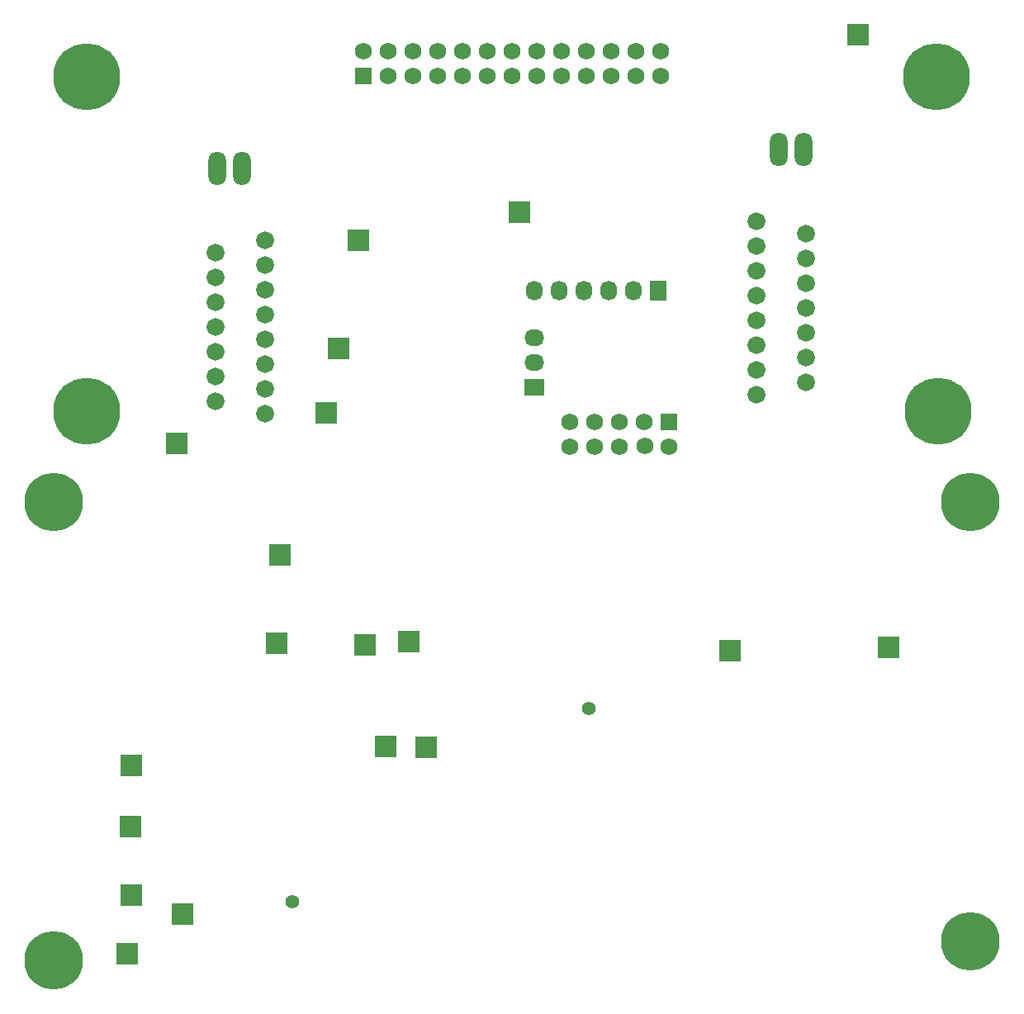
<source format=gbs>
%FSLAX34Y34*%
G04 Gerber Fmt 3.4, Leading zero omitted, Abs format*
G04 (created by PCBNEW (2014-02-21 BZR 4712)-product) date Sun 02 Mar 2014 06:29:27 PM PST*
%MOIN*%
G01*
G70*
G90*
G04 APERTURE LIST*
%ADD10C,0.005906*%
%ADD11R,0.068000X0.068000*%
%ADD12C,0.068000*%
%ADD13R,0.088000X0.088000*%
%ADD14C,0.236200*%
%ADD15C,0.270000*%
%ADD16C,0.055118*%
%ADD17R,0.080000X0.068000*%
%ADD18O,0.080000X0.068000*%
%ADD19R,0.068000X0.080000*%
%ADD20O,0.068000X0.080000*%
%ADD21O,0.070900X0.137800*%
%ADD22C,0.072000*%
G04 APERTURE END LIST*
G54D10*
G54D11*
X45700Y-36114D03*
G54D12*
X45700Y-37114D03*
X44700Y-36114D03*
X44724Y-37102D03*
X43700Y-36114D03*
X43700Y-37114D03*
X42700Y-36114D03*
X42700Y-37114D03*
X41700Y-36114D03*
X41700Y-37114D03*
G54D13*
X39655Y-27655D03*
X48151Y-45379D03*
X54564Y-45218D03*
X31883Y-35769D03*
X25840Y-37001D03*
X53340Y-20509D03*
X35210Y-45009D03*
X33423Y-45116D03*
X30005Y-41494D03*
X33167Y-28801D03*
X32360Y-33175D03*
X29875Y-45076D03*
X35899Y-49269D03*
X34257Y-49246D03*
X26068Y-55990D03*
X24001Y-55230D03*
X23848Y-57580D03*
X24009Y-49990D03*
X23958Y-52458D03*
G54D14*
X57874Y-57086D03*
X57874Y-39370D03*
X20866Y-39370D03*
X20866Y-57874D03*
G54D15*
X56555Y-35688D03*
X56515Y-22185D03*
X22185Y-35688D03*
X22185Y-22185D03*
G54D16*
X42476Y-47712D03*
X30511Y-55482D03*
G54D11*
X33370Y-22153D03*
G54D12*
X34370Y-22153D03*
X35370Y-22153D03*
X36370Y-22153D03*
X37370Y-22153D03*
X38370Y-22153D03*
X39370Y-22153D03*
X40370Y-22153D03*
X41370Y-22153D03*
X42370Y-22153D03*
X43370Y-22153D03*
X44370Y-22153D03*
X45370Y-22153D03*
X45370Y-21153D03*
X44370Y-21153D03*
X43370Y-21153D03*
X42370Y-21153D03*
X41370Y-21153D03*
X40370Y-21153D03*
X39370Y-21153D03*
X38370Y-21153D03*
X37370Y-21153D03*
X36370Y-21153D03*
X35370Y-21153D03*
X34370Y-21153D03*
X33370Y-21153D03*
G54D17*
X40281Y-34726D03*
G54D18*
X40281Y-33726D03*
X40281Y-32726D03*
G54D19*
X45281Y-30840D03*
G54D20*
X44281Y-30840D03*
X43281Y-30840D03*
X42281Y-30840D03*
X41281Y-30840D03*
X40281Y-30840D03*
G54D21*
X27468Y-25913D03*
X28468Y-25913D03*
X51122Y-25145D03*
X50122Y-25145D03*
G54D22*
X27389Y-32299D03*
X29389Y-31799D03*
X27389Y-31299D03*
X29389Y-30799D03*
X27389Y-30299D03*
X29389Y-29799D03*
X27389Y-29299D03*
X29389Y-28799D03*
X29389Y-35799D03*
X27389Y-35299D03*
X29389Y-34799D03*
X27389Y-34299D03*
X29389Y-33799D03*
X27389Y-33299D03*
X29389Y-32799D03*
X51244Y-31523D03*
X49244Y-32023D03*
X51244Y-32523D03*
X49244Y-33023D03*
X51244Y-33523D03*
X49244Y-34023D03*
X51244Y-34523D03*
X49244Y-35023D03*
X49244Y-28023D03*
X51244Y-28523D03*
X49244Y-29023D03*
X51244Y-29523D03*
X49244Y-30023D03*
X51244Y-30523D03*
X49244Y-31023D03*
M02*

</source>
